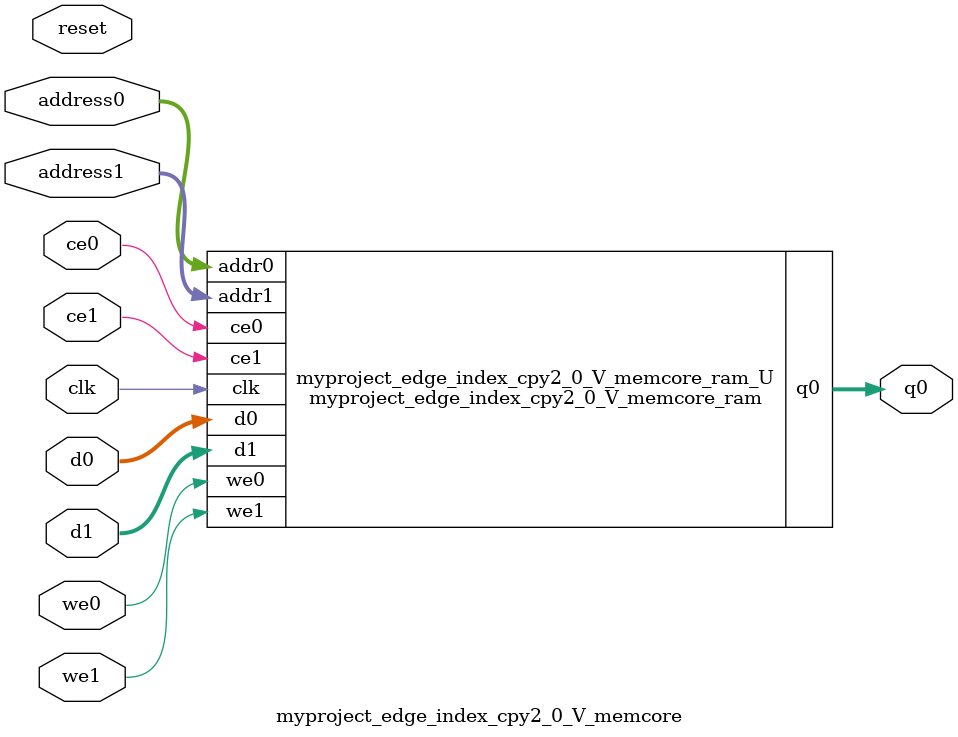
<source format=v>
`timescale 1 ns / 1 ps
module myproject_edge_index_cpy2_0_V_memcore_ram (addr0, ce0, d0, we0, q0, addr1, ce1, d1, we1,  clk);

parameter DWIDTH = 16;
parameter AWIDTH = 4;
parameter MEM_SIZE = 13;

input[AWIDTH-1:0] addr0;
input ce0;
input[DWIDTH-1:0] d0;
input we0;
output reg[DWIDTH-1:0] q0;
input[AWIDTH-1:0] addr1;
input ce1;
input[DWIDTH-1:0] d1;
input we1;
input clk;

(* ram_style = "block" *)reg [DWIDTH-1:0] ram[0:MEM_SIZE-1];




always @(posedge clk)  
begin 
    if (ce0) begin
        if (we0) 
            ram[addr0] <= d0; 
        q0 <= ram[addr0];
    end
end


always @(posedge clk)  
begin 
    if (ce1) begin
        if (we1) 
            ram[addr1] <= d1; 
    end
end


endmodule

`timescale 1 ns / 1 ps
module myproject_edge_index_cpy2_0_V_memcore(
    reset,
    clk,
    address0,
    ce0,
    we0,
    d0,
    q0,
    address1,
    ce1,
    we1,
    d1);

parameter DataWidth = 32'd16;
parameter AddressRange = 32'd13;
parameter AddressWidth = 32'd4;
input reset;
input clk;
input[AddressWidth - 1:0] address0;
input ce0;
input we0;
input[DataWidth - 1:0] d0;
output[DataWidth - 1:0] q0;
input[AddressWidth - 1:0] address1;
input ce1;
input we1;
input[DataWidth - 1:0] d1;



myproject_edge_index_cpy2_0_V_memcore_ram myproject_edge_index_cpy2_0_V_memcore_ram_U(
    .clk( clk ),
    .addr0( address0 ),
    .ce0( ce0 ),
    .we0( we0 ),
    .d0( d0 ),
    .q0( q0 ),
    .addr1( address1 ),
    .ce1( ce1 ),
    .we1( we1 ),
    .d1( d1 ));

endmodule


</source>
